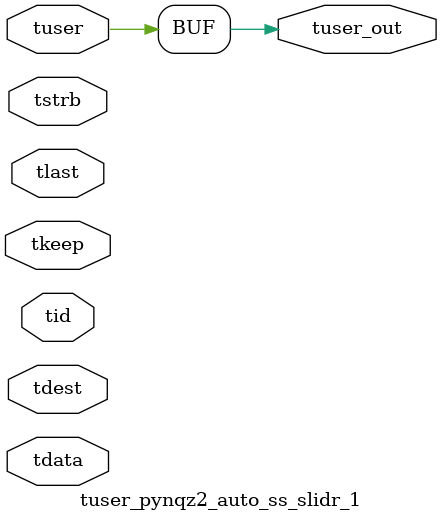
<source format=v>


`timescale 1ps/1ps

module tuser_pynqz2_auto_ss_slidr_1 #
(
parameter C_S_AXIS_TUSER_WIDTH = 1,
parameter C_S_AXIS_TDATA_WIDTH = 32,
parameter C_S_AXIS_TID_WIDTH   = 0,
parameter C_S_AXIS_TDEST_WIDTH = 0,
parameter C_M_AXIS_TUSER_WIDTH = 1
)
(
input  [(C_S_AXIS_TUSER_WIDTH == 0 ? 1 : C_S_AXIS_TUSER_WIDTH)-1:0     ] tuser,
input  [(C_S_AXIS_TDATA_WIDTH == 0 ? 1 : C_S_AXIS_TDATA_WIDTH)-1:0     ] tdata,
input  [(C_S_AXIS_TID_WIDTH   == 0 ? 1 : C_S_AXIS_TID_WIDTH)-1:0       ] tid,
input  [(C_S_AXIS_TDEST_WIDTH == 0 ? 1 : C_S_AXIS_TDEST_WIDTH)-1:0     ] tdest,
input  [(C_S_AXIS_TDATA_WIDTH/8)-1:0 ] tkeep,
input  [(C_S_AXIS_TDATA_WIDTH/8)-1:0 ] tstrb,
input                                                                    tlast,
output [C_M_AXIS_TUSER_WIDTH-1:0] tuser_out
);

assign tuser_out = {tuser[31:0]};

endmodule


</source>
